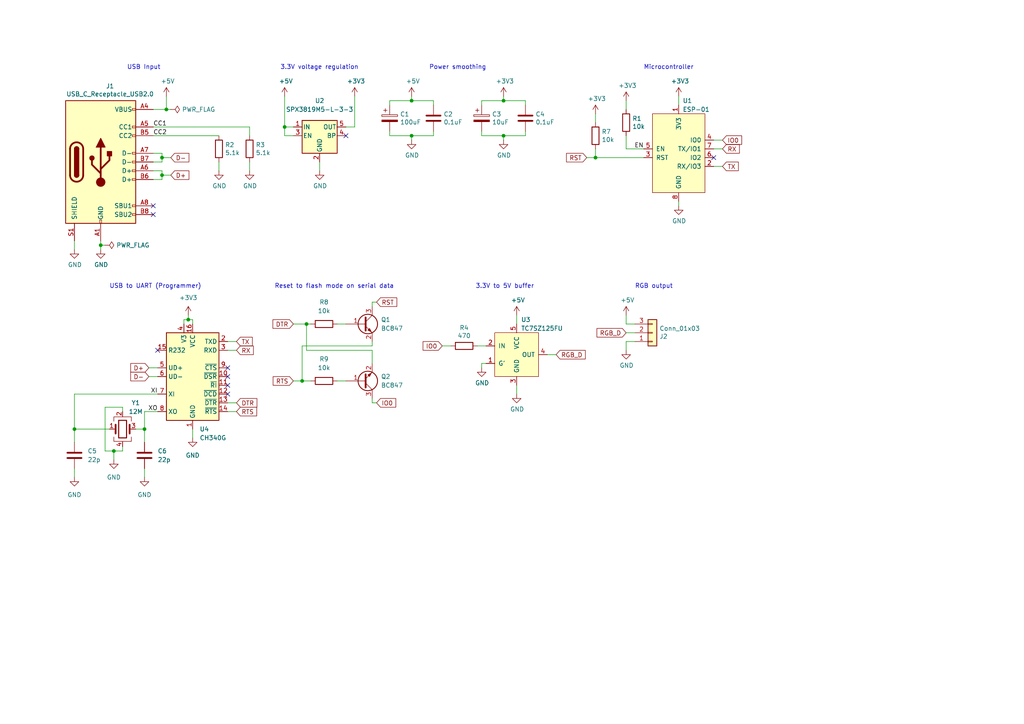
<source format=kicad_sch>
(kicad_sch (version 20211123) (generator eeschema)
  (paper "A4")
  (lib_symbols
    (symbol "Connector:USB_C_Receptacle_USB2.0" (pin_names (offset 1.016))
      (property "Reference" "J" (at -10.16 19.05 0))
      (property "Value" "USB_C_Receptacle_USB2.0" (at 19.05 19.05 0))
      (symbol "USB_C_Receptacle_USB2.0_0_0"
        (rectangle (start -0.254 -17.78) (end 0.254 -16.764))
        (rectangle (start 10.16 -14.986) (end 9.144 -15.494))
        (rectangle (start 10.16 -12.446) (end 9.144 -12.954))
        (rectangle (start 10.16 -4.826) (end 9.144 -5.334))
        (rectangle (start 10.16 -2.286) (end 9.144 -2.794))
        (rectangle (start 10.16 0.254) (end 9.144 -0.254))
        (rectangle (start 10.16 2.794) (end 9.144 2.286))
        (rectangle (start 10.16 7.874) (end 9.144 7.366))
        (rectangle (start 10.16 10.414) (end 9.144 9.906))
        (rectangle (start 10.16 15.494) (end 9.144 14.986))
      )
      (symbol "USB_C_Receptacle_USB2.0_0_1"
        (rectangle (start -10.16 17.78) (end 10.16 -17.78) (stroke (width 0.254)) (fill (type background)))
        (arc (start -8.89 -3.81) (mid -6.985 -5.715) (end -5.08 -3.81) (stroke (width 0.508)))
        (arc (start -7.62 -3.81) (mid -6.985 -4.445) (end -6.35 -3.81) (stroke (width 0.254)))
        (arc (start -7.62 -3.81) (mid -6.985 -4.445) (end -6.35 -3.81) (stroke (width 0.254)) (fill (type outline)))
        (rectangle (start -7.62 -3.81) (end -6.35 3.81) (stroke (width 0.254)) (fill (type outline)))
        (arc (start -6.35 3.81) (mid -6.985 4.445) (end -7.62 3.81) (stroke (width 0.254)))
        (arc (start -6.35 3.81) (mid -6.985 4.445) (end -7.62 3.81) (stroke (width 0.254)) (fill (type outline)))
        (arc (start -5.08 3.81) (mid -6.985 5.715) (end -8.89 3.81) (stroke (width 0.508)))
        (circle (center -2.54 1.143) (radius 0.635) (stroke (width 0.254)) (fill (type outline)))
        (circle (center 0 -5.842) (radius 1.27) (fill (type outline)))
        (polyline (pts (xy -8.89 -3.81) (xy -8.89 3.81)) (stroke (width 0.508)))
        (polyline (pts (xy -5.08 3.81) (xy -5.08 -3.81)) (stroke (width 0.508)))
        (polyline (pts (xy 0 -5.842) (xy 0 4.318)) (stroke (width 0.508)))
        (polyline (pts (xy 0 -3.302) (xy -2.54 -0.762) (xy -2.54 0.508)) (stroke (width 0.508)))
        (polyline (pts (xy 0 -2.032) (xy 2.54 0.508) (xy 2.54 1.778)) (stroke (width 0.508)))
        (polyline (pts (xy -1.27 4.318) (xy 0 6.858) (xy 1.27 4.318) (xy -1.27 4.318)) (stroke (width 0.254)) (fill (type outline)))
        (rectangle (start 1.905 1.778) (end 3.175 3.048) (stroke (width 0.254)) (fill (type outline)))
      )
      (symbol "USB_C_Receptacle_USB2.0_1_1"
        (pin passive line (at 0 -22.86 90) (length 5.08) (name "GND") (number "A1"))
        (pin passive line (at 0 -22.86 90) (length 5.08) hide (name "GND") (number "A12"))
        (pin passive line (at 15.24 15.24 180) (length 5.08) (name "VBUS") (number "A4"))
        (pin bidirectional line (at 15.24 10.16 180) (length 5.08) (name "CC1") (number "A5"))
        (pin bidirectional line (at 15.24 -2.54 180) (length 5.08) (name "D+") (number "A6"))
        (pin bidirectional line (at 15.24 2.54 180) (length 5.08) (name "D-") (number "A7"))
        (pin bidirectional line (at 15.24 -12.7 180) (length 5.08) (name "SBU1") (number "A8"))
        (pin passive line (at 15.24 15.24 180) (length 5.08) hide (name "VBUS") (number "A9"))
        (pin passive line (at 0 -22.86 90) (length 5.08) hide (name "GND") (number "B1"))
        (pin passive line (at 0 -22.86 90) (length 5.08) hide (name "GND") (number "B12"))
        (pin passive line (at 15.24 15.24 180) (length 5.08) hide (name "VBUS") (number "B4"))
        (pin bidirectional line (at 15.24 7.62 180) (length 5.08) (name "CC2") (number "B5"))
        (pin bidirectional line (at 15.24 -5.08 180) (length 5.08) (name "D+") (number "B6"))
        (pin bidirectional line (at 15.24 0 180) (length 5.08) (name "D-") (number "B7"))
        (pin bidirectional line (at 15.24 -15.24 180) (length 5.08) (name "SBU2") (number "B8"))
        (pin passive line (at 15.24 15.24 180) (length 5.08) hide (name "VBUS") (number "B9"))
        (pin passive line (at -7.62 -22.86 90) (length 5.08) (name "SHIELD") (number "S1"))
      )
    )
    (symbol "Connector_Generic:Conn_01x03" (pin_names (offset 1.016) hide)
      (property "Reference" "J" (at 0 5.08 0))
      (property "Value" "Conn_01x03" (at 0 -5.08 0))
      (symbol "Conn_01x03_1_1"
        (rectangle (start -1.27 -2.413) (end 0 -2.667) (stroke (width 0.1524)))
        (rectangle (start -1.27 0.127) (end 0 -0.127) (stroke (width 0.1524)))
        (rectangle (start -1.27 2.667) (end 0 2.413) (stroke (width 0.1524)))
        (rectangle (start -1.27 3.81) (end 1.27 -3.81) (stroke (width 0.254)) (fill (type background)))
        (pin passive line (at -5.08 2.54 0) (length 3.81) (name "Pin_1") (number "1"))
        (pin passive line (at -5.08 0 0) (length 3.81) (name "Pin_2") (number "2"))
        (pin passive line (at -5.08 -2.54 0) (length 3.81) (name "Pin_3") (number "3"))
      )
    )
    (symbol "Device:C" (pin_numbers hide) (pin_names (offset 0.254))
      (property "Reference" "C" (at 0.635 2.54 0))
      (property "Value" "C" (at 0.635 -2.54 0))
      (symbol "C_0_1"
        (polyline (pts (xy -2.032 -0.762) (xy 2.032 -0.762)) (stroke (width 0.508)))
        (polyline (pts (xy -2.032 0.762) (xy 2.032 0.762)) (stroke (width 0.508)))
      )
      (symbol "C_1_1"
        (pin passive line (at 0 3.81 270) (length 2.794) (name "~") (number "1"))
        (pin passive line (at 0 -3.81 90) (length 2.794) (name "~") (number "2"))
      )
    )
    (symbol "Device:C_Polarized" (pin_numbers hide) (pin_names (offset 0.254))
      (property "Reference" "C" (at 0.635 2.54 0))
      (property "Value" "C_Polarized" (at 0.635 -2.54 0))
      (symbol "C_Polarized_0_1"
        (rectangle (start -2.286 0.508) (end 2.286 1.016))
        (polyline (pts (xy -1.778 2.286) (xy -0.762 2.286)))
        (polyline (pts (xy -1.27 2.794) (xy -1.27 1.778)))
        (rectangle (start 2.286 -0.508) (end -2.286 -1.016) (fill (type outline)))
      )
      (symbol "C_Polarized_1_1"
        (pin passive line (at 0 3.81 270) (length 2.794) (name "~") (number "1"))
        (pin passive line (at 0 -3.81 90) (length 2.794) (name "~") (number "2"))
      )
    )
    (symbol "Device:Crystal_GND24" (pin_names (offset 1.016) hide)
      (property "Reference" "Y" (at 3.175 5.08 0))
      (property "Value" "Crystal_GND24" (at 3.175 3.175 0))
      (symbol "Crystal_GND24_0_1"
        (rectangle (start -1.143 2.54) (end 1.143 -2.54) (stroke (width 0.3048)))
        (polyline (pts (xy -2.54 0) (xy -2.032 0)))
        (polyline (pts (xy -2.032 -1.27) (xy -2.032 1.27)) (stroke (width 0.508)))
        (polyline (pts (xy 0 -3.81) (xy 0 -3.556)))
        (polyline (pts (xy 0 3.556) (xy 0 3.81)))
        (polyline (pts (xy 2.032 -1.27) (xy 2.032 1.27)) (stroke (width 0.508)))
        (polyline (pts (xy 2.032 0) (xy 2.54 0)))
        (polyline (pts (xy -2.54 -2.286) (xy -2.54 -3.556) (xy 2.54 -3.556) (xy 2.54 -2.286)))
        (polyline (pts (xy -2.54 2.286) (xy -2.54 3.556) (xy 2.54 3.556) (xy 2.54 2.286)))
      )
      (symbol "Crystal_GND24_1_1"
        (pin passive line (at -3.81 0 0) (length 1.27) (name "1") (number "1"))
        (pin passive line (at 0 5.08 270) (length 1.27) (name "2") (number "2"))
        (pin passive line (at 3.81 0 180) (length 1.27) (name "3") (number "3"))
        (pin passive line (at 0 -5.08 90) (length 1.27) (name "4") (number "4"))
      )
    )
    (symbol "Device:R" (pin_numbers hide) (pin_names (offset 0))
      (property "Reference" "R" (at 2.032 0 90))
      (property "Value" "R" (at 0 0 90))
      (symbol "R_0_1"
        (rectangle (start -1.016 -2.54) (end 1.016 2.54) (stroke (width 0.254)))
      )
      (symbol "R_1_1"
        (pin passive line (at 0 3.81 270) (length 1.27) (name "~") (number "1"))
        (pin passive line (at 0 -3.81 90) (length 1.27) (name "~") (number "2"))
      )
    )
    (symbol "Interface_USB:CH340G"
      (property "Reference" "U" (at -5.08 13.97 0))
      (property "Value" "CH340G" (at 1.27 13.97 0))
      (symbol "CH340G_0_1"
        (rectangle (start -7.62 12.7) (end 7.62 -12.7) (stroke (width 0.254)) (fill (type background)))
      )
      (symbol "CH340G_1_1"
        (pin power_in line (at 0 -15.24 90) (length 2.54) (name "GND") (number "1"))
        (pin input line (at 10.16 0 180) (length 2.54) (name "~{DSR}") (number "10"))
        (pin input line (at 10.16 -2.54 180) (length 2.54) (name "~{RI}") (number "11"))
        (pin input line (at 10.16 -5.08 180) (length 2.54) (name "~{DCD}") (number "12"))
        (pin output line (at 10.16 -7.62 180) (length 2.54) (name "~{DTR}") (number "13"))
        (pin output line (at 10.16 -10.16 180) (length 2.54) (name "~{RTS}") (number "14"))
        (pin input line (at -10.16 7.62 0) (length 2.54) (name "R232") (number "15"))
        (pin power_in line (at 0 15.24 270) (length 2.54) (name "VCC") (number "16"))
        (pin output line (at 10.16 10.16 180) (length 2.54) (name "TXD") (number "2"))
        (pin input line (at 10.16 7.62 180) (length 2.54) (name "RXD") (number "3"))
        (pin passive line (at -2.54 15.24 270) (length 2.54) (name "V3") (number "4"))
        (pin bidirectional line (at -10.16 2.54 0) (length 2.54) (name "UD+") (number "5"))
        (pin bidirectional line (at -10.16 0 0) (length 2.54) (name "UD-") (number "6"))
        (pin input line (at -10.16 -5.08 0) (length 2.54) (name "XI") (number "7"))
        (pin output line (at -10.16 -10.16 0) (length 2.54) (name "XO") (number "8"))
        (pin input line (at 10.16 2.54 180) (length 2.54) (name "~{CTS}") (number "9"))
      )
    )
    (symbol "RGB-strip-controller-rescue:TC7SZ125FU-_User" (pin_names (offset 1.016))
      (property "Reference" "U" (at -6.35 7.62 0))
      (property "Value" "TC7SZ125FU-_User" (at 7.62 7.62 0))
      (symbol "TC7SZ125FU-_User_0_1"
        (rectangle (start -6.35 -6.35) (end 6.35 6.35) (fill (type background)))
      )
      (symbol "TC7SZ125FU-_User_1_1"
        (pin input line (at -8.89 -2.54 0) (length 2.54) (name "G'") (number "1"))
        (pin input line (at -8.89 2.54 0) (length 2.54) (name "IN") (number "2"))
        (pin power_in line (at 0 -8.89 90) (length 2.54) (name "GND") (number "3"))
        (pin output line (at 8.89 0 180) (length 2.54) (name "OUT") (number "4"))
        (pin power_in line (at 0 8.89 270) (length 2.54) (name "VCC") (number "5"))
      )
    )
    (symbol "Regulator_Linear:SPX3819M5-L-3-3" (pin_names (offset 0.254))
      (property "Reference" "U" (at -3.81 5.715 0))
      (property "Value" "SPX3819M5-L-3-3" (at 0 5.715 0))
      (symbol "SPX3819M5-L-3-3_0_1"
        (rectangle (start -5.08 4.445) (end 5.08 -5.08) (stroke (width 0.254)) (fill (type background)))
      )
      (symbol "SPX3819M5-L-3-3_1_1"
        (pin power_in line (at -7.62 2.54 0) (length 2.54) (name "IN") (number "1"))
        (pin power_in line (at 0 -7.62 90) (length 2.54) (name "GND") (number "2"))
        (pin input line (at -7.62 0 0) (length 2.54) (name "EN") (number "3"))
        (pin input line (at 7.62 0 180) (length 2.54) (name "BP") (number "4"))
        (pin power_out line (at 7.62 2.54 180) (length 2.54) (name "OUT") (number "5"))
      )
    )
    (symbol "Transistor_BJT:BC847" (pin_names (offset 0) hide)
      (property "Reference" "Q" (at 5.08 1.905 0))
      (property "Value" "BC847" (at 5.08 0 0))
      (symbol "BC847_0_1"
        (polyline (pts (xy 0.635 0.635) (xy 2.54 2.54)))
        (polyline (pts (xy 0.635 -0.635) (xy 2.54 -2.54) (xy 2.54 -2.54)))
        (polyline (pts (xy 0.635 1.905) (xy 0.635 -1.905) (xy 0.635 -1.905)) (stroke (width 0.508)))
        (polyline (pts (xy 1.27 -1.778) (xy 1.778 -1.27) (xy 2.286 -2.286) (xy 1.27 -1.778) (xy 1.27 -1.778)) (fill (type outline)))
        (circle (center 1.27 0) (radius 2.8194) (stroke (width 0.254)))
      )
      (symbol "BC847_1_1"
        (pin input line (at -5.08 0 0) (length 5.715) (name "B") (number "1"))
        (pin passive line (at 2.54 -5.08 90) (length 2.54) (name "E") (number "2"))
        (pin passive line (at 2.54 5.08 270) (length 2.54) (name "C") (number "3"))
      )
    )
    (symbol "_Project:ESP-01_Module" (pin_names (offset 1.016))
      (property "Reference" "U" (at -7.62 22.86 0))
      (property "Value" "ESP-01_Module" (at 5.08 22.86 0))
      (symbol "ESP-01_Module_0_1"
        (rectangle (start -7.62 21.59) (end 7.62 -1.27) (fill (type background)))
      )
      (symbol "ESP-01_Module_1_1"
        (pin power_in line (at 0 24.13 270) (length 2.54) (name "3V3") (number "1"))
        (pin bidirectional line (at 10.16 6.35 180) (length 2.54) (name "RX/IO3") (number "2"))
        (pin input line (at -10.16 8.89 0) (length 2.54) (name "RST") (number "3"))
        (pin bidirectional line (at 10.16 13.97 180) (length 2.54) (name "IO0") (number "4"))
        (pin input line (at -10.16 11.43 0) (length 2.54) (name "EN") (number "5"))
        (pin bidirectional line (at 10.16 8.89 180) (length 2.54) (name "IO2") (number "6"))
        (pin bidirectional line (at 10.16 11.43 180) (length 2.54) (name "TX/IO1") (number "7"))
        (pin power_in line (at 0 -3.81 90) (length 2.54) (name "GND") (number "8"))
      )
    )
    (symbol "power:+3.3V" (power) (pin_names (offset 0))
      (property "Value" "+3.3V" (at 0 3.556 0))
      (symbol "+3.3V_0_1"
        (polyline (pts (xy -0.762 1.27) (xy 0 2.54)))
        (polyline (pts (xy 0 0) (xy 0 2.54)))
        (polyline (pts (xy 0 2.54) (xy 0.762 1.27)))
      )
      (symbol "+3.3V_1_1"
        (pin power_in line (at 0 0 90) (length 0) hide (name "+3V3") (number "1"))
      )
    )
    (symbol "power:+5V" (power) (pin_names (offset 0))
      (property "Value" "+5V" (at 0 3.556 0))
      (symbol "+5V_0_1"
        (polyline (pts (xy -0.762 1.27) (xy 0 2.54)))
        (polyline (pts (xy 0 0) (xy 0 2.54)))
        (polyline (pts (xy 0 2.54) (xy 0.762 1.27)))
      )
      (symbol "+5V_1_1"
        (pin power_in line (at 0 0 90) (length 0) hide (name "+5V") (number "1"))
      )
    )
    (symbol "power:GND" (power) (pin_names (offset 0))
      (property "Value" "GND" (at 0 -3.81 0))
      (symbol "GND_0_1"
        (polyline (pts (xy 0 0) (xy 0 -1.27) (xy 1.27 -1.27) (xy 0 -2.54) (xy -1.27 -1.27) (xy 0 -1.27)))
      )
      (symbol "GND_1_1"
        (pin power_in line (at 0 0 270) (length 0) hide (name "GND") (number "1"))
      )
    )
    (symbol "power:PWR_FLAG" (power) (pin_numbers hide) (pin_names (offset 0) hide)
      (property "Value" "PWR_FLAG" (at 0 3.81 0))
      (symbol "PWR_FLAG_0_0"
        (pin power_out line (at 0 0 90) (length 0) (name "pwr") (number "1"))
      )
      (symbol "PWR_FLAG_0_1"
        (polyline (pts (xy 0 0) (xy 0 1.27) (xy -1.016 1.905) (xy 0 2.54) (xy 1.016 1.905) (xy 0 1.27)))
      )
    )
  )
  (junction (at 41.91 124.46))
  (junction (at 146.05 29.21))
  (junction (at 29.21 71.12))
  (junction (at 48.26 31.75))
  (junction (at 119.38 29.21))
  (junction (at 87.63 110.49))
  (junction (at 172.72 45.72))
  (junction (at 33.02 130.81))
  (junction (at 88.9 93.98))
  (junction (at 119.38 39.37))
  (junction (at 21.59 124.46))
  (junction (at 82.55 36.83))
  (junction (at 54.61 92.71))
  (junction (at 46.99 45.72))
  (junction (at 146.05 39.37))
  (junction (at 46.99 50.8))
  (no_connect (at 66.04 111.76))
  (no_connect (at 66.04 114.3))
  (no_connect (at 66.04 106.68))
  (no_connect (at 66.04 109.22))
  (no_connect (at 44.45 62.23))
  (no_connect (at 45.72 101.6))
  (no_connect (at 100.33 39.37))
  (no_connect (at 44.45 59.69))
  (no_connect (at 207.01 45.72))
  (wire (pts (xy 107.95 101.6) (xy 88.9 101.6)))
  (wire (pts (xy 172.72 43.18) (xy 172.72 45.72)))
  (wire (pts (xy 29.21 71.12) (xy 29.21 72.39)))
  (wire (pts (xy 21.59 124.46) (xy 21.59 128.27)))
  (wire (pts (xy 21.59 114.3) (xy 45.72 114.3)))
  (wire (pts (xy 82.55 36.83) (xy 82.55 39.37)))
  (wire (pts (xy 87.63 110.49) (xy 90.17 110.49)))
  (wire (pts (xy 48.26 27.94) (xy 48.26 31.75)))
  (wire (pts (xy 113.03 29.21) (xy 119.38 29.21)))
  (wire (pts (xy 46.99 44.45) (xy 46.99 45.72)))
  (wire (pts (xy 92.71 46.99) (xy 92.71 49.53)))
  (wire (pts (xy 119.38 40.64) (xy 119.38 39.37)))
  (wire (pts (xy 139.7 105.41) (xy 139.7 106.68)))
  (wire (pts (xy 181.61 39.37) (xy 181.61 43.18)))
  (wire (pts (xy 87.63 100.33) (xy 87.63 110.49)))
  (wire (pts (xy 146.05 39.37) (xy 152.4 39.37)))
  (wire (pts (xy 85.09 110.49) (xy 87.63 110.49)))
  (wire (pts (xy 39.37 124.46) (xy 41.91 124.46)))
  (wire (pts (xy 138.43 100.33) (xy 140.97 100.33)))
  (wire (pts (xy 113.03 38.1) (xy 113.03 39.37)))
  (wire (pts (xy 43.18 109.22) (xy 45.72 109.22)))
  (wire (pts (xy 149.86 91.44) (xy 149.86 93.98)))
  (wire (pts (xy 44.45 39.37) (xy 63.5 39.37)))
  (wire (pts (xy 41.91 124.46) (xy 41.91 128.27)))
  (wire (pts (xy 30.48 118.11) (xy 30.48 130.81)))
  (wire (pts (xy 46.99 50.8) (xy 49.53 50.8)))
  (wire (pts (xy 44.45 49.53) (xy 46.99 49.53)))
  (wire (pts (xy 88.9 93.98) (xy 88.9 101.6)))
  (wire (pts (xy 54.61 92.71) (xy 55.88 92.71)))
  (wire (pts (xy 152.4 38.1) (xy 152.4 39.37)))
  (wire (pts (xy 196.85 59.69) (xy 196.85 58.42)))
  (wire (pts (xy 139.7 29.21) (xy 146.05 29.21)))
  (wire (pts (xy 158.75 102.87) (xy 161.29 102.87)))
  (wire (pts (xy 184.15 93.98) (xy 181.61 93.98)))
  (wire (pts (xy 125.73 30.48) (xy 125.73 29.21)))
  (wire (pts (xy 97.79 93.98) (xy 100.33 93.98)))
  (wire (pts (xy 44.45 36.83) (xy 72.39 36.83)))
  (wire (pts (xy 66.04 99.06) (xy 68.58 99.06)))
  (wire (pts (xy 113.03 39.37) (xy 119.38 39.37)))
  (wire (pts (xy 107.95 105.41) (xy 107.95 101.6)))
  (wire (pts (xy 46.99 52.07) (xy 44.45 52.07)))
  (wire (pts (xy 66.04 116.84) (xy 68.58 116.84)))
  (wire (pts (xy 35.56 119.38) (xy 35.56 118.11)))
  (wire (pts (xy 55.88 92.71) (xy 55.88 93.98)))
  (wire (pts (xy 97.79 110.49) (xy 100.33 110.49)))
  (wire (pts (xy 140.97 105.41) (xy 139.7 105.41)))
  (wire (pts (xy 48.26 31.75) (xy 44.45 31.75)))
  (wire (pts (xy 119.38 29.21) (xy 125.73 29.21)))
  (wire (pts (xy 30.48 71.12) (xy 29.21 71.12)))
  (wire (pts (xy 30.48 130.81) (xy 33.02 130.81)))
  (wire (pts (xy 119.38 29.21) (xy 119.38 27.94)))
  (wire (pts (xy 181.61 31.75) (xy 181.61 29.21)))
  (wire (pts (xy 72.39 36.83) (xy 72.39 39.37)))
  (wire (pts (xy 152.4 29.21) (xy 152.4 30.48)))
  (wire (pts (xy 29.21 69.85) (xy 29.21 71.12)))
  (wire (pts (xy 107.95 88.9) (xy 107.95 87.63)))
  (wire (pts (xy 82.55 36.83) (xy 85.09 36.83)))
  (wire (pts (xy 46.99 46.99) (xy 46.99 45.72)))
  (wire (pts (xy 107.95 116.84) (xy 109.22 116.84)))
  (wire (pts (xy 33.02 130.81) (xy 33.02 133.35)))
  (wire (pts (xy 107.95 99.06) (xy 107.95 100.33)))
  (wire (pts (xy 48.26 31.75) (xy 49.53 31.75)))
  (wire (pts (xy 35.56 118.11) (xy 30.48 118.11)))
  (wire (pts (xy 172.72 45.72) (xy 186.69 45.72)))
  (wire (pts (xy 35.56 130.81) (xy 35.56 129.54)))
  (wire (pts (xy 146.05 29.21) (xy 152.4 29.21)))
  (wire (pts (xy 170.18 45.72) (xy 172.72 45.72)))
  (wire (pts (xy 107.95 100.33) (xy 87.63 100.33)))
  (wire (pts (xy 21.59 124.46) (xy 31.75 124.46)))
  (wire (pts (xy 207.01 43.18) (xy 209.55 43.18)))
  (wire (pts (xy 146.05 27.94) (xy 146.05 29.21)))
  (wire (pts (xy 146.05 39.37) (xy 146.05 40.64)))
  (wire (pts (xy 66.04 101.6) (xy 68.58 101.6)))
  (wire (pts (xy 107.95 87.63) (xy 109.22 87.63)))
  (wire (pts (xy 53.34 93.98) (xy 53.34 92.71)))
  (wire (pts (xy 207.01 48.26) (xy 209.55 48.26)))
  (wire (pts (xy 181.61 96.52) (xy 184.15 96.52)))
  (wire (pts (xy 181.61 43.18) (xy 186.69 43.18)))
  (wire (pts (xy 41.91 124.46) (xy 41.91 119.38)))
  (wire (pts (xy 88.9 93.98) (xy 90.17 93.98)))
  (wire (pts (xy 113.03 29.21) (xy 113.03 30.48)))
  (wire (pts (xy 46.99 50.8) (xy 46.99 52.07)))
  (wire (pts (xy 207.01 40.64) (xy 209.55 40.64)))
  (wire (pts (xy 102.87 27.94) (xy 102.87 36.83)))
  (wire (pts (xy 139.7 39.37) (xy 146.05 39.37)))
  (wire (pts (xy 55.88 124.46) (xy 55.88 127)))
  (wire (pts (xy 181.61 99.06) (xy 184.15 99.06)))
  (wire (pts (xy 149.86 111.76) (xy 149.86 114.3)))
  (wire (pts (xy 128.27 100.33) (xy 130.81 100.33)))
  (wire (pts (xy 41.91 135.89) (xy 41.91 138.43)))
  (wire (pts (xy 85.09 93.98) (xy 88.9 93.98)))
  (wire (pts (xy 21.59 135.89) (xy 21.59 138.43)))
  (wire (pts (xy 44.45 46.99) (xy 46.99 46.99)))
  (wire (pts (xy 21.59 114.3) (xy 21.59 124.46)))
  (wire (pts (xy 41.91 119.38) (xy 45.72 119.38)))
  (wire (pts (xy 54.61 91.44) (xy 54.61 92.71)))
  (wire (pts (xy 43.18 106.68) (xy 45.72 106.68)))
  (wire (pts (xy 46.99 49.53) (xy 46.99 50.8)))
  (wire (pts (xy 172.72 33.02) (xy 172.72 35.56)))
  (wire (pts (xy 46.99 45.72) (xy 49.53 45.72)))
  (wire (pts (xy 107.95 115.57) (xy 107.95 116.84)))
  (wire (pts (xy 44.45 44.45) (xy 46.99 44.45)))
  (wire (pts (xy 66.04 119.38) (xy 68.58 119.38)))
  (wire (pts (xy 82.55 39.37) (xy 85.09 39.37)))
  (wire (pts (xy 196.85 27.94) (xy 196.85 30.48)))
  (wire (pts (xy 72.39 46.99) (xy 72.39 49.53)))
  (wire (pts (xy 119.38 39.37) (xy 125.73 39.37)))
  (wire (pts (xy 100.33 36.83) (xy 102.87 36.83)))
  (wire (pts (xy 82.55 27.94) (xy 82.55 36.83)))
  (wire (pts (xy 21.59 69.85) (xy 21.59 72.39)))
  (wire (pts (xy 139.7 30.48) (xy 139.7 29.21)))
  (wire (pts (xy 181.61 101.6) (xy 181.61 99.06)))
  (wire (pts (xy 53.34 92.71) (xy 54.61 92.71)))
  (wire (pts (xy 139.7 39.37) (xy 139.7 38.1)))
  (wire (pts (xy 181.61 93.98) (xy 181.61 91.44)))
  (wire (pts (xy 33.02 130.81) (xy 35.56 130.81)))
  (wire (pts (xy 63.5 49.53) (xy 63.5 46.99)))
  (wire (pts (xy 125.73 39.37) (xy 125.73 38.1)))
  (text "3.3V to 5V buffer" (at 154.94 83.82 180) (effects (font (size 1.27 1.27)) (justify right bottom)))
  (text "Reset to flash mode on serial data" (at 114.3 83.82 180) (effects (font (size 1.27 1.27)) (justify right bottom)))
  (text "USB Input" (at 36.83 20.32 0) (effects (font (size 1.27 1.27)) (justify left bottom)))
  (text "USB to UART (Programmer)" (at 58.42 83.82 180) (effects (font (size 1.27 1.27)) (justify right bottom)))
  (text "Power smoothing" (at 124.46 20.32 0) (effects (font (size 1.27 1.27)) (justify left bottom)))
  (text "RGB output" (at 184.15 83.82 0) (effects (font (size 1.27 1.27)) (justify left bottom)))
  (text "3.3V voltage regulation" (at 81.28 20.32 0) (effects (font (size 1.27 1.27)) (justify left bottom)))
  (text "Microcontroller" (at 186.69 20.32 0) (effects (font (size 1.27 1.27)) (justify left bottom)))
  (label "XI" (at 45.72 114.3 180))
  (label "CC1" (at 44.45 36.83 0))
  (label "XO" (at 45.72 119.38 180))
  (label "EN" (at 186.69 43.18 180))
  (label "CC2" (at 44.45 39.37 0))
  (global_label "RTS" (shape input) (at 68.58 119.38 0) (property "Intersheet References" "${INTERSHEET_REFS}" (effects hide)))
  (global_label "RTS" (shape input) (at 85.09 110.49 180) (property "Intersheet References" "${INTERSHEET_REFS}" (effects hide)))
  (global_label "D+" (shape input) (at 43.18 106.68 180) (property "Intersheet References" "${INTERSHEET_REFS}" (effects hide)))
  (global_label "D-" (shape input) (at 43.18 109.22 180) (property "Intersheet References" "${INTERSHEET_REFS}" (effects hide)))
  (global_label "IO0" (shape input) (at 128.27 100.33 180) (property "Intersheet References" "${INTERSHEET_REFS}" (effects hide)))
  (global_label "RGB_D" (shape input) (at 181.61 96.52 180) (property "Intersheet References" "${INTERSHEET_REFS}" (effects hide)))
  (global_label "DTR" (shape input) (at 68.58 116.84 0) (property "Intersheet References" "${INTERSHEET_REFS}" (effects hide)))
  (global_label "D+" (shape input) (at 49.53 50.8 0) (property "Intersheet References" "${INTERSHEET_REFS}" (effects hide)))
  (global_label "TX" (shape input) (at 68.58 99.06 0) (property "Intersheet References" "${INTERSHEET_REFS}" (effects hide)))
  (global_label "D-" (shape input) (at 49.53 45.72 0) (property "Intersheet References" "${INTERSHEET_REFS}" (effects hide)))
  (global_label "IO0" (shape input) (at 109.22 116.84 0) (property "Intersheet References" "${INTERSHEET_REFS}" (effects hide)))
  (global_label "RGB_D" (shape input) (at 161.29 102.87 0) (property "Intersheet References" "${INTERSHEET_REFS}" (effects hide)))
  (global_label "TX" (shape input) (at 209.55 48.26 0) (property "Intersheet References" "${INTERSHEET_REFS}" (effects hide)))
  (global_label "DTR" (shape input) (at 85.09 93.98 180) (property "Intersheet References" "${INTERSHEET_REFS}" (effects hide)))
  (global_label "IO0" (shape input) (at 209.55 40.64 0) (property "Intersheet References" "${INTERSHEET_REFS}" (effects hide)))
  (global_label "RX" (shape input) (at 209.55 43.18 0) (property "Intersheet References" "${INTERSHEET_REFS}" (effects hide)))
  (global_label "RST" (shape input) (at 109.22 87.63 0) (property "Intersheet References" "${INTERSHEET_REFS}" (effects hide)))
  (global_label "RX" (shape input) (at 68.58 101.6 0) (property "Intersheet References" "${INTERSHEET_REFS}" (effects hide)))
  (global_label "RST" (shape input) (at 170.18 45.72 180) (property "Intersheet References" "${INTERSHEET_REFS}" (effects hide)))
  (symbol (lib_id "_Project:ESP-01_Module") (at 196.85 54.61 0) (unit 1)
    (property "Reference" "U1" (at 199.39 29.21 0))
    (property "Value" "ESP-01" (at 201.93 31.75 0))
    (property "Footprint" "Connector_PinSocket_2.54mm:PinSocket_2x04_P2.54mm_Vertical" (effects hide))
  )
  (symbol (lib_id "power:+3.3V") (at 196.85 27.94 0) (unit 1)
    (property "Reference" "#PWR0101" (effects hide))
    (property "Value" "+3.3V" (at 197.231 23.5458 0))
  )
  (symbol (lib_id "Device:R") (at 181.61 35.56 180) (unit 1)
    (property "Reference" "R1" (at 183.388 34.3916 0) (effects (justify right)))
    (property "Value" "10k" (at 183.388 36.703 0) (effects (justify right)))
    (property "Footprint" "Resistor_SMD:R_0402_1005Metric" (effects hide))
  )
  (symbol (lib_id "Device:C") (at 125.73 34.29 0) (unit 1)
    (property "Reference" "C2" (at 128.651 33.1216 0) (effects (justify left)))
    (property "Value" "0.1uF" (at 128.651 35.433 0) (effects (justify left)))
    (property "Footprint" "Capacitor_SMD:C_0603_1608Metric" (effects hide))
  )
  (symbol (lib_id "power:+3.3V") (at 102.87 27.94 0) (unit 1)
    (property "Reference" "#PWR0103" (effects hide))
    (property "Value" "+3.3V" (at 103.251 23.5458 0))
  )
  (symbol (lib_id "power:GND") (at 92.71 49.53 0) (unit 1)
    (property "Reference" "#PWR0104" (effects hide))
    (property "Value" "GND" (at 92.837 53.9242 0))
  )
  (symbol (lib_id "power:PWR_FLAG") (at 49.53 31.75 270) (unit 1)
    (property "Reference" "#FLG0101" (effects hide))
    (property "Value" "PWR_FLAG" (at 52.7812 31.75 90) (effects (justify left)))
  )
  (symbol (lib_id "Device:C_Polarized") (at 139.7 34.29 0) (unit 1)
    (property "Reference" "C3" (at 142.6972 33.1216 0) (effects (justify left)))
    (property "Value" "10uF" (at 142.6972 35.433 0) (effects (justify left)))
    (property "Footprint" "Capacitor_SMD:C_0603_1608Metric" (effects hide))
  )
  (symbol (lib_id "Device:C") (at 152.4 34.29 0) (unit 1)
    (property "Reference" "C4" (at 155.321 33.1216 0) (effects (justify left)))
    (property "Value" "0.1uF" (at 155.321 35.433 0) (effects (justify left)))
    (property "Footprint" "Capacitor_SMD:C_0603_1608Metric" (effects hide))
  )
  (symbol (lib_id "power:+3.3V") (at 146.05 27.94 0) (unit 1)
    (property "Reference" "#PWR0116" (effects hide))
    (property "Value" "+3.3V" (at 146.431 23.5458 0))
  )
  (symbol (lib_id "power:GND") (at 146.05 40.64 0) (unit 1)
    (property "Reference" "#PWR0115" (effects hide))
    (property "Value" "GND" (at 146.177 45.0342 0))
  )
  (symbol (lib_id "Device:C_Polarized") (at 113.03 34.29 0) (unit 1)
    (property "Reference" "C1" (at 116.0272 33.1216 0) (effects (justify left)))
    (property "Value" "100uF" (at 116.0272 35.433 0) (effects (justify left)))
    (property "Footprint" "Capacitor_SMD:C_1206_3216Metric" (effects hide))
  )
  (symbol (lib_id "power:GND") (at 119.38 40.64 0) (unit 1)
    (property "Reference" "#PWR0105" (effects hide))
    (property "Value" "GND" (at 119.507 45.0342 0))
  )
  (symbol (lib_id "power:PWR_FLAG") (at 30.48 71.12 270) (unit 1)
    (property "Reference" "#FLG0102" (effects hide))
    (property "Value" "PWR_FLAG" (at 33.7312 71.12 90) (effects (justify left)))
  )
  (symbol (lib_id "Connector:USB_C_Receptacle_USB2.0") (at 29.21 46.99 0) (unit 1)
    (property "Reference" "J1" (at 31.9278 24.9682 0))
    (property "Value" "USB_C_Receptacle_USB2.0" (at 31.9278 27.2796 0))
    (property "Footprint" "Connector_USB:USB_C_Receptacle_HRO_TYPE-C-31-M-12" (effects hide))
    (property "Datasheet" "https://www.usb.org/sites/default/files/documents/usb_type-c.zip" (effects hide))
  )
  (symbol (lib_id "Device:R") (at 63.5 43.18 0) (unit 1)
    (property "Reference" "R2" (at 65.278 42.0116 0) (effects (justify left)))
    (property "Value" "5.1k" (at 65.278 44.323 0) (effects (justify left)))
    (property "Footprint" "Resistor_SMD:R_0402_1005Metric" (effects hide))
  )
  (symbol (lib_id "Device:R") (at 72.39 43.18 0) (unit 1)
    (property "Reference" "R3" (at 74.168 42.0116 0) (effects (justify left)))
    (property "Value" "5.1k" (at 74.168 44.323 0) (effects (justify left)))
    (property "Footprint" "Resistor_SMD:R_0402_1005Metric" (effects hide))
  )
  (symbol (lib_id "power:GND") (at 63.5 49.53 0) (unit 1)
    (property "Reference" "#PWR0112" (effects hide))
    (property "Value" "GND" (at 63.627 53.9242 0))
  )
  (symbol (lib_id "power:GND") (at 72.39 49.53 0) (unit 1)
    (property "Reference" "#PWR0111" (effects hide))
    (property "Value" "GND" (at 72.517 53.9242 0))
  )
  (symbol (lib_id "power:GND") (at 21.59 72.39 0) (unit 1)
    (property "Reference" "#PWR0114" (effects hide))
    (property "Value" "GND" (at 21.717 76.7842 0))
  )
  (symbol (lib_id "power:GND") (at 29.21 72.39 0) (unit 1)
    (property "Reference" "#PWR0113" (effects hide))
    (property "Value" "GND" (at 29.337 76.7842 0))
  )
  (symbol (lib_id "power:+5V") (at 82.55 27.94 0) (unit 1)
    (property "Reference" "#PWR0106" (effects hide))
    (property "Value" "+5V" (at 82.931 23.5458 0))
  )
  (symbol (lib_id "power:+5V") (at 48.26 27.94 0) (unit 1)
    (property "Reference" "#PWR0107" (effects hide))
    (property "Value" "+5V" (at 48.641 23.5458 0))
  )
  (symbol (lib_id "power:+5V") (at 119.38 27.94 0) (unit 1)
    (property "Reference" "#PWR0108" (effects hide))
    (property "Value" "+5V" (at 119.761 23.5458 0))
  )
  (symbol (lib_id "Device:R") (at 134.62 100.33 270) (unit 1)
    (property "Reference" "R4" (at 134.62 95.0722 90))
    (property "Value" "470" (at 134.62 97.3836 90))
    (property "Footprint" "Resistor_SMD:R_0402_1005Metric" (effects hide))
  )
  (symbol (lib_id "power:+5V") (at 149.86 91.44 0) (unit 1)
    (property "Reference" "#PWR0109" (effects hide))
    (property "Value" "+5V" (at 150.241 87.0458 0))
  )
  (symbol (lib_id "power:GND") (at 181.61 101.6 0) (unit 1)
    (property "Reference" "#PWR0110" (effects hide))
    (property "Value" "GND" (at 181.737 105.9942 0))
  )
  (symbol (lib_id "Connector_Generic:Conn_01x03") (at 189.23 96.52 0) (mirror x) (unit 1)
    (property "Reference" "J2" (at 191.262 97.5868 0) (effects (justify left)))
    (property "Value" "Conn_01x03" (at 191.262 95.2754 0) (effects (justify left)))
    (property "Footprint" "Connector_PinHeader_2.54mm:PinHeader_1x03_P2.54mm_Horizontal" (effects hide))
  )
  (symbol (lib_id "RGB-strip-controller-rescue:TC7SZ125FU-_User") (at 149.86 102.87 0) (unit 1)
    (property "Reference" "U3" (at 151.13 92.71 0) (effects (justify left)))
    (property "Value" "TC7SZ125FU" (at 151.13 95.25 0) (effects (justify left)))
    (property "Footprint" "Package_TO_SOT_SMD:SOT-353_SC-70-5" (effects hide))
  )
  (symbol (lib_id "power:GND") (at 149.86 114.3 0) (unit 1)
    (property "Reference" "#PWR0117" (effects hide))
    (property "Value" "GND" (at 149.987 118.6942 0))
  )
  (symbol (lib_id "power:+5V") (at 181.61 91.44 0) (unit 1)
    (property "Reference" "#PWR0118" (effects hide))
    (property "Value" "+5V" (at 181.991 87.0458 0))
  )
  (symbol (lib_id "Interface_USB:CH340G") (at 55.88 109.22 0) (unit 1)
    (property "Reference" "U4" (at 57.8994 124.46 0) (effects (justify left)))
    (property "Value" "CH340G" (at 57.8994 127 0) (effects (justify left)))
    (property "Footprint" "Package_SO:SOIC-16_3.9x9.9mm_P1.27mm" (effects hide))
    (property "Datasheet" "http://www.datasheet5.com/pdf-local-2195953" (effects hide))
  )
  (symbol (lib_id "power:GND") (at 33.02 133.35 0) (unit 1)
    (property "Reference" "#PWR0121" (effects hide))
    (property "Value" "GND" (at 33.02 138.43 0))
  )
  (symbol (lib_id "Transistor_BJT:BC847") (at 105.41 93.98 0) (unit 1)
    (property "Reference" "Q1" (at 110.49 92.7099 0) (effects (justify left)))
    (property "Value" "BC847" (at 110.49 95.2499 0) (effects (justify left)))
    (property "Footprint" "Package_TO_SOT_SMD:SOT-23" (effects hide))
    (property "Datasheet" "http://www.infineon.com/dgdl/Infineon-BC847SERIES_BC848SERIES_BC849SERIES_BC850SERIES-DS-v01_01-en.pdf?fileId=db3a304314dca389011541d4630a1657" (effects hide))
  )
  (symbol (lib_id "Device:R") (at 93.98 93.98 90) (unit 1)
    (property "Reference" "R8" (at 93.98 87.63 90))
    (property "Value" "10k" (at 93.98 90.17 90))
    (property "Footprint" "Resistor_SMD:R_0402_1005Metric" (effects hide))
  )
  (symbol (lib_id "Device:C") (at 41.91 132.08 0) (unit 1)
    (property "Reference" "C6" (at 45.72 130.8099 0) (effects (justify left)))
    (property "Value" "22p" (at 45.72 133.3499 0) (effects (justify left)))
    (property "Footprint" "Capacitor_SMD:C_0603_1608Metric" (effects hide))
  )
  (symbol (lib_id "power:GND") (at 139.7 106.68 0) (unit 1)
    (property "Reference" "#PWR06" (effects hide))
    (property "Value" "GND" (at 139.827 111.0742 0))
  )
  (symbol (lib_id "Device:R") (at 172.72 39.37 180) (unit 1)
    (property "Reference" "R7" (at 174.498 38.2016 0) (effects (justify right)))
    (property "Value" "10k" (at 174.498 40.513 0) (effects (justify right)))
    (property "Footprint" "Resistor_SMD:R_0402_1005Metric" (effects hide))
  )
  (symbol (lib_id "power:+3.3V") (at 181.61 29.21 0) (unit 1)
    (property "Reference" "#PWR0102" (effects hide))
    (property "Value" "+3.3V" (at 181.991 24.8158 0))
  )
  (symbol (lib_id "Transistor_BJT:BC847") (at 105.41 110.49 0) (mirror x) (unit 1)
    (property "Reference" "Q2" (at 110.49 109.2199 0) (effects (justify left)))
    (property "Value" "BC847" (at 110.49 111.7599 0) (effects (justify left)))
    (property "Footprint" "Package_TO_SOT_SMD:SOT-23" (effects hide))
    (property "Datasheet" "http://www.infineon.com/dgdl/Infineon-BC847SERIES_BC848SERIES_BC849SERIES_BC850SERIES-DS-v01_01-en.pdf?fileId=db3a304314dca389011541d4630a1657" (effects hide))
  )
  (symbol (lib_id "Device:Crystal_GND24") (at 35.56 124.46 0) (unit 1)
    (property "Reference" "Y1" (at 39.37 116.84 0))
    (property "Value" "12M" (at 39.37 119.38 0))
    (property "Footprint" "Crystal:Crystal_SMD_3225-4Pin_3.2x2.5mm" (effects hide))
  )
  (symbol (lib_id "power:+3.3V") (at 172.72 33.02 0) (unit 1)
    (property "Reference" "#PWR0119" (effects hide))
    (property "Value" "+3.3V" (at 173.101 28.6258 0))
  )
  (symbol (lib_id "Device:C") (at 21.59 132.08 0) (unit 1)
    (property "Reference" "C5" (at 25.4 130.8099 0) (effects (justify left)))
    (property "Value" "22p" (at 25.4 133.3499 0) (effects (justify left)))
    (property "Footprint" "Capacitor_SMD:C_0603_1608Metric" (effects hide))
  )
  (symbol (lib_id "power:GND") (at 55.88 127 0) (unit 1)
    (property "Reference" "#PWR04" (effects hide))
    (property "Value" "GND" (at 55.88 132.08 0))
  )
  (symbol (lib_id "Device:R") (at 93.98 110.49 90) (unit 1)
    (property "Reference" "R9" (at 93.98 104.14 90))
    (property "Value" "10k" (at 93.98 106.68 90))
    (property "Footprint" "Resistor_SMD:R_0402_1005Metric" (effects hide))
  )
  (symbol (lib_id "power:+3.3V") (at 54.61 91.44 0) (unit 1)
    (property "Reference" "#PWR03" (effects hide))
    (property "Value" "+3.3V" (at 54.61 86.36 0))
  )
  (symbol (lib_id "Regulator_Linear:SPX3819M5-L-3-3") (at 92.71 39.37 0) (unit 1)
    (property "Reference" "U2" (at 92.71 29.21 0))
    (property "Value" "SPX3819M5-L-3-3" (at 92.71 31.75 0))
    (property "Footprint" "Package_TO_SOT_SMD:SOT-23-5" (effects hide))
    (property "Datasheet" "https://www.exar.com/content/document.ashx?id=22106&languageid=1033&type=Datasheet&partnumber=SPX3819&filename=SPX3819.pdf&part=SPX3819" (effects hide))
  )
  (symbol (lib_id "power:GND") (at 196.85 59.69 0) (unit 1)
    (property "Reference" "#PWR05" (effects hide))
    (property "Value" "GND" (at 196.977 64.0842 0))
  )
  (symbol (lib_id "power:GND") (at 41.91 138.43 0) (unit 1)
    (property "Reference" "#PWR02" (effects hide))
    (property "Value" "GND" (at 41.91 143.51 0))
  )
  (symbol (lib_id "power:GND") (at 21.59 138.43 0) (unit 1)
    (property "Reference" "#PWR01" (effects hide))
    (property "Value" "GND" (at 21.59 143.51 0))
  )
)
</source>
